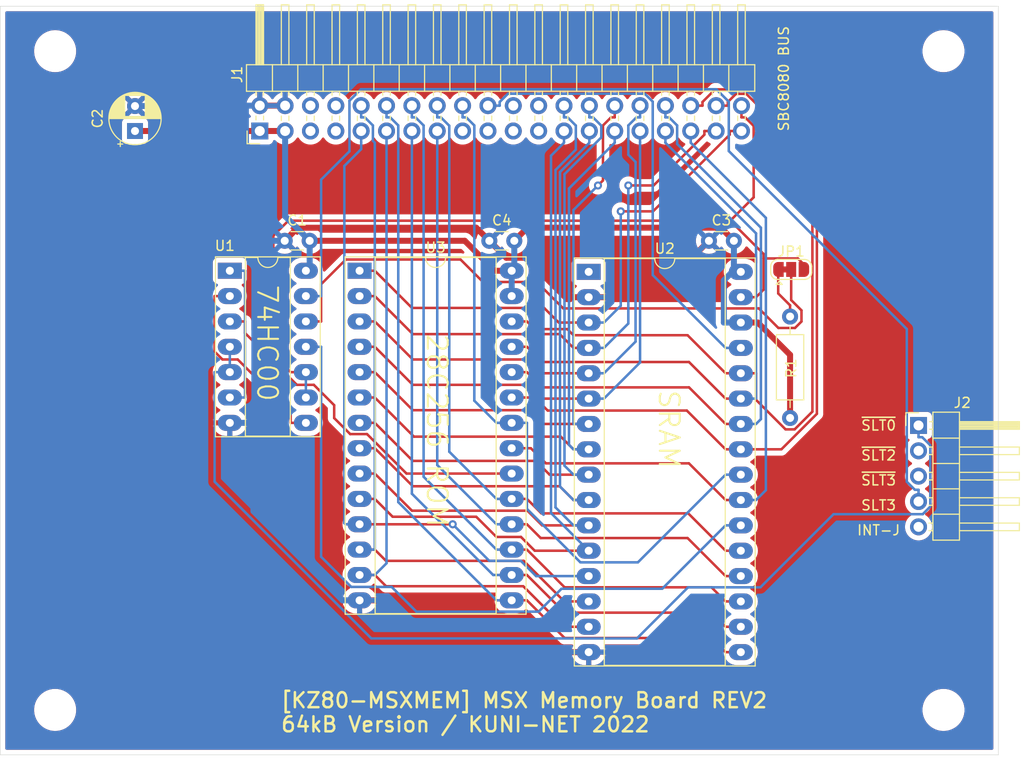
<source format=kicad_pcb>
(kicad_pcb (version 20211014) (generator pcbnew)
  (layers (0 "F.Cu" signal) (31 "B.Cu" signal) (34 "B.Paste" user) (35 "F.Paste" user) (36 "B.SilkS" user "B.Silkscreen") (37 "F.SilkS" user "F.Silkscreen") (38 "B.Mask" user) (39 "F.Mask" user) (44 "Edge.Cuts" user))
  (net 0 "")
  (net 1 "VCC")
  (net 2 "GND")
  (net 3 "/A15")
  (net 4 "/A14")
  (net 5 "/A13")
  (net 6 "/A12")
  (net 7 "/A11")
  (net 8 "/A10")
  (net 9 "/A9")
  (net 10 "/A8")
  (net 11 "/A7")
  (net 12 "/A6")
  (net 13 "/A5")
  (net 14 "/A4")
  (net 15 "/A3")
  (net 16 "/A2")
  (net 17 "/A1")
  (net 18 "/A0")
  (net 19 "/~{MEMW}")
  (net 20 "/~{MEMR}")
  (net 21 "/D7")
  (net 22 "/D6")
  (net 23 "/D5")
  (net 24 "/D4")
  (net 25 "/D3")
  (net 26 "/D2")
  (net 27 "/D1")
  (net 28 "/D0")
  (net 29 "Net-(J2-Pad4)")
  (net 30 "Net-(J2-Pad1)")
  (net 31 "Net-(U1-Pad1)")
  (net 33 "Net-(U1-Pad3)")
  (net 34 "Net-(U1-Pad2)")
  (net 47 "Net-(JP1-Pad1)")
  (net 48 "Net-(JP1-Pad2)")
  (net 49 "/~{SRAMCS}")
  (footprint "Capacitor_THT:C_Disc_D3.0mm_W1.6mm_P2.50mm" (layer "F.Cu") (at 178.5 73.5)
    (fp_text reference "C1")
    (fp_text value "0.1u")
  )
  (footprint "Capacitor_THT:CP_Radial_D5.0mm_P2.50mm" (layer "F.Cu") (at 163.5 62.5 90)
    (fp_text reference "C2")
    (fp_text value "10u")
  )
  (footprint "Capacitor_THT:C_Disc_D3.0mm_W1.6mm_P2.50mm" (layer "F.Cu") (at 221 73.5)
    (fp_text reference "C3")
    (fp_text value "0.1u")
  )
  (footprint "Capacitor_THT:C_Disc_D3.0mm_W1.6mm_P2.50mm" (layer "F.Cu") (at 199 73.5)
    (fp_text reference "C4")
    (fp_text value "0.1u")
  )
  (footprint "Connector_PinHeader_2.54mm:PinHeader_2x20_P2.54mm_Horizontal" (layer "F.Cu") (at 176 62.5 90)
    (fp_text reference "J1")
    (fp_text value "SBC8080 BUS")
  )
  (footprint "Connector_PinHeader_2.54mm:PinHeader_1x05_P2.54mm_Horizontal" (layer "F.Cu") (at 242 92)
    (fp_text reference "J2")
    (fp_text value "MSX SLOT")
  )
  (footprint "MountingHole:MountingHole_3.2mm_M3" (layer "F.Cu") (at 155.5 54.5)
    (fp_text reference "MH1" hide)
    (fp_text value "MountingHole")
  )
  (footprint "MountingHole:MountingHole_3.2mm_M3" (layer "F.Cu") (at 244.5 54.5)
    (fp_text reference "MH2" hide)
    (fp_text value "MountingHole")
  )
  (footprint "MountingHole:MountingHole_3.2mm_M3" (layer "F.Cu") (at 155.5 120.5)
    (fp_text reference "MH3" hide)
    (fp_text value "MountingHole")
  )
  (footprint "Package_DIP:DIP-14_W7.62mm_Socket_LongPads" (layer "F.Cu") (at 173 76.5)
    (fp_text reference "U1")
    (fp_text value "74HC00")
  )
  (footprint "Package_DIP:DIP-28_W15.24mm_Socket_LongPads" (layer "F.Cu") (at 186 76.5)
    (fp_text reference "U3")
    (fp_text value "28C256")
  )
  (footprint "MountingHole:MountingHole_3.2mm_M3" (layer "F.Cu") (at 244.5 120.5)
    (fp_text reference "MH4" hide)
    (fp_text value "MountingHole")
  )
  (footprint "Package_DIP:DIP-32_W15.24mm_Socket_LongPads" (layer "F.Cu") (at 208.955 76.61)
    (fp_text reference "U2")
    (fp_text value "628128")
  )
  (footprint "Resistor_THT:R_Axial_DIN0207_L6.3mm_D2.5mm_P10.16mm_Horizontal" (layer "F.Cu") (at 229.13 91.25 90)
    (fp_text reference "R1")
    (fp_text value "10k")
  )
  (footprint "Jumper:SolderJumper-3_P1.3mm_Bridged12_RoundedPad1.0x1.5mm" (layer "F.Cu") (at 229.24 76.37)
    (fp_text reference "JP1")
    (fp_text value "RAM SIZE")
  )
  (gr_line (start 150 125) (end 150 50) (layer "Edge.Cuts") (width 0.05))
  (gr_line (start 150 50) (end 250 50) (layer "Edge.Cuts") (width 0.05))
  (gr_line (start 250 50) (end 250 125) (layer "Edge.Cuts") (width 0.05))
  (gr_line (start 250 125) (end 150 125) (layer "Edge.Cuts") (width 0.05))
  (gr_text "~{SLT2}" (at 238 95) (layer "F.SilkS") (effects (font (size 1 1))))
  (gr_text "INT-J" (at 238 102.5) (layer "F.SilkS") (effects (font (size 1 1))))
  (gr_text "28C256 ROM" (at 193.75 92.5 270) (layer "F.SilkS") (effects (font (size 2 2) (thickness 0.2))))
  (gr_text "SRAM" (at 216.99 92.39 270) (layer "F.SilkS") (effects (font (size 2 2) (thickness 0.2))))
  (gr_text "SBC8080 BUS" (at 228.5 57.25 90) (layer "F.SilkS") (effects (font (size 1 1))))
  (gr_text "[KZ80-MSXMEM] MSX Memory Board REV2\n64kB Version / KUNI-NET 2022" (at 178 120.75) (layer "F.SilkS") (effects (font (size 1.5 1.5) (thickness 0.25)) (justify left)))
  (gr_text "~{SLT0}" (at 238 92) (layer "F.SilkS") (effects (font (size 1 1))))
  (gr_text "SLT3" (at 238 100) (layer "F.SilkS") (effects (font (size 1 1))))
  (gr_text "~{SLT3}" (at 238 97.5) (layer "F.SilkS") (effects (font (size 1 1))))
  (gr_text "74HC00" (at 176.75 83.75 270) (layer "F.SilkS") (effects (font (size 2 2) (thickness 0.2))))
  (segment (start 163.5 62.5) (end 176 62.5) (width 0.6) (layer "F.Cu") (net 1))
  (segment (start 176 62.5) (end 178.54 62.5) (width 0.6) (layer "F.Cu") (net 1))
  (segment (start 201.5 73.5) (end 202.8141 72.1859) (width 0.6) (layer "F.Cu") (net 1))
  (segment (start 222.1859 72.1859) (end 223.5 73.5) (width 0.6) (layer "F.Cu") (net 1))
  (segment (start 229.13 84.9247) (end 225.8953 81.69) (width 0.6) (layer "F.Cu") (net 1))
  (segment (start 202.8141 72.1859) (end 222.1859 72.1859) (width 0.6) (layer "F.Cu") (net 1))
  (segment (start 229.13 91.25) (end 229.13 84.9247) (width 0.6) (layer "F.Cu") (net 1))
  (segment (start 181 73.5) (end 196.5397 73.5) (width 0.6) (layer "F.Cu") (net 1))
  (segment (start 196.5397 73.5) (end 199.5397 76.5) (width 0.6) (layer "F.Cu") (net 1))
  (segment (start 224.195 81.69) (end 225.8953 81.69) (width 0.6) (layer "F.Cu") (net 1))
  (segment (start 201.24 76.5) (end 199.5397 76.5) (width 0.6) (layer "F.Cu") (net 1))
  (segment (start 181 73.5) (end 178.54 71.04) (width 0.6) (layer "B.Cu") (net 1))
  (segment (start 223.3449 76.61) (end 222.4947 77.4602) (width 0.6) (layer "B.Cu") (net 1))
  (segment (start 181 73.5) (end 181 76.12) (width 0.6) (layer "B.Cu") (net 1))
  (segment (start 201.5 76.24) (end 201.24 76.5) (width 0.6) (layer "B.Cu") (net 1))
  (segment (start 178.54 71.04) (end 178.54 62.5) (width 0.6) (layer "B.Cu") (net 1))
  (segment (start 224.195 81.69) (end 222.4947 81.69) (width 0.6) (layer "B.Cu") (net 1))
  (segment (start 222.4947 77.4602) (end 222.4947 81.69) (width 0.6) (layer "B.Cu") (net 1))
  (segment (start 224.195 76.61) (end 223.3449 76.61) (width 0.6) (layer "B.Cu") (net 1))
  (segment (start 181 76.12) (end 180.62 76.5) (width 0.6) (layer "B.Cu") (net 1))
  (segment (start 201.5 73.5) (end 201.5 76.24) (width 0.6) (layer "B.Cu") (net 1))
  (segment (start 223.5 76.4549) (end 223.3449 76.61) (width 0.6) (layer "B.Cu") (net 1))
  (segment (start 223.5 73.5) (end 223.5 76.4549) (width 0.6) (layer "B.Cu") (net 1))
  (segment (start 201.24 79.04) (end 201.24 76.5) (width 0.6) (layer "B.Cu") (net 1))
  (segment (start 207.2547 79.15) (end 203.3043 75.1996) (width 0.6) (layer "F.Cu") (net 2))
  (segment (start 200.6996 75.1996) (end 199 73.5) (width 0.6) (layer "F.Cu") (net 2))
  (segment (start 187.7003 109.52) (end 192.8903 114.71) (width 0.6) (layer "F.Cu") (net 2))
  (segment (start 215.35 79.15) (end 208.955 79.15) (width 0.6) (layer "F.Cu") (net 2))
  (segment (start 179.8091 72.1909) (end 197.6909 72.1909) (width 0.6) (layer "F.Cu") (net 2))
  (segment (start 176 59.96) (end 178.54 59.96) (width 0.6) (layer "F.Cu") (net 2))
  (segment (start 192.8903 114.71) (end 208.955 114.71) (width 0.6) (layer "F.Cu") (net 2))
  (segment (start 221 73.5) (end 215.35 79.15) (width 0.6) (layer "F.Cu") (net 2))
  (segment (start 178.5 73.5) (end 179.8091 72.1909) (width 0.6) (layer "F.Cu") (net 2))
  (segment (start 197.6909 72.1909) (end 199 73.5) (width 0.6) (layer "F.Cu") (net 2))
  (segment (start 186 109.52) (end 187.7003 109.52) (width 0.6) (layer "F.Cu") (net 2))
  (segment (start 208.955 79.15) (end 207.2547 79.15) (width 0.6) (layer "F.Cu") (net 2))
  (segment (start 203.3043 75.1996) (end 200.6996 75.1996) (width 0.6) (layer "F.Cu") (net 2))
  (segment (start 174.6097 60) (end 163.5 60) (width 0.6) (layer "B.Cu") (net 2))
  (segment (start 174.6097 60) (end 174.6097 71.0745) (width 0.6) (layer "B.Cu") (net 2))
  (segment (start 177.0352 73.5) (end 177.0352 90.0721) (width 0.6) (layer "B.Cu") (net 2))
  (segment (start 175.3673 91.74) (end 175.3673 100.5876) (width 0.6) (layer "B.Cu") (net 2))
  (segment (start 177.0352 73.5) (end 178.5 73.5) (width 0.6) (layer "B.Cu") (net 2))
  (segment (start 173 91.74) (end 174.7003 91.74) (width 0.6) (layer "B.Cu") (net 2))
  (segment (start 186 109.52) (end 184.2997 109.52) (width 0.6) (layer "B.Cu") (net 2))
  (segment (start 176 59.96) (end 174.6497 59.96) (width 0.6) (layer "B.Cu") (net 2))
  (segment (start 174.6497 59.96) (end 174.6097 60) (width 0.6) (layer "B.Cu") (net 2))
  (segment (start 174.7003 91.74) (end 175.3673 91.74) (width 0.6) (layer "B.Cu") (net 2))
  (segment (start 174.6097 71.0745) (end 177.0352 73.5) (width 0.6) (layer "B.Cu") (net 2))
  (segment (start 177.0352 90.0721) (end 175.3673 91.74) (width 0.6) (layer "B.Cu") (net 2))
  (segment (start 175.3673 100.5876) (end 184.2997 109.52) (width 0.6) (layer "B.Cu") (net 2))
  (segment (start 230.54 75.8962) (end 230.54 76.37) (width 0.25) (layer "F.Cu") (net 3))
  (segment (start 226.4752 75.2692) (end 229.913 75.2692) (width 0.25) (layer "F.Cu") (net 3))
  (segment (start 178.8648 71.4855) (end 223.1411 71.4855) (width 0.25) (layer "F.Cu") (net 3))
  (segment (start 223.1411 71.4855) (end 226.4752 74.8196) (width 0.25) (layer "F.Cu") (net 3))
  (segment (start 226.4752 74.8196) (end 226.4752 75.2692) (width 0.25) (layer "F.Cu") (net 3))
  (segment (start 229.913 75.2692) (end 230.54 75.8962) (width 0.25) (layer "F.Cu") (net 3))
  (segment (start 224.26 59.96) (end 224.26 61.1353) (width 0.25) (layer "F.Cu") (net 3))
  (segment (start 225.4817 69.1449) (end 225.4817 61.9908) (width 0.25) (layer "F.Cu") (net 3))
  (segment (start 224.6262 61.1353) (end 224.26 61.1353) (width 0.25) (layer "F.Cu") (net 3))
  (segment (start 180.62 86.66) (end 179.0947 86.66) (width 0.25) (layer "F.Cu") (net 3))
  (segment (start 177.3596 72.9907) (end 178.8648 71.4855) (width 0.25) (layer "F.Cu") (net 3))
  (segment (start 226.4752 78.3951) (end 225.7203 79.15) (width 0.25) (layer "F.Cu") (net 3))
  (segment (start 177.3596 84.9249) (end 177.3596 72.9907) (width 0.25) (layer "F.Cu") (net 3))
  (segment (start 226.4752 75.2692) (end 226.4752 78.3951) (width 0.25) (layer "F.Cu") (net 3))
  (segment (start 223.1411 71.4855) (end 225.4817 69.1449) (width 0.25) (layer "F.Cu") (net 3))
  (segment (start 224.195 79.15) (end 225.7203 79.15) (width 0.25) (layer "F.Cu") (net 3))
  (segment (start 225.4817 61.9908) (end 224.6262 61.1353) (width 0.25) (layer "F.Cu") (net 3))
  (segment (start 179.0947 86.66) (end 177.3596 84.9249) (width 0.25) (layer "F.Cu") (net 3))
  (segment (start 180.62 89.2) (end 180.62 86.66) (width 0.25) (layer "B.Cu") (net 3))
  (segment (start 187.5253 76.5) (end 191.251 80.2257) (width 0.25) (layer "F.Cu") (net 4))
  (segment (start 223.0847 62.5) (end 223.0847 62.8673) (width 0.25) (layer "F.Cu") (net 4))
  (segment (start 205.9512 81.69) (end 207.4297 81.69) (width 0.25) (layer "F.Cu") (net 4))
  (segment (start 223.0847 62.8673) (end 215.403 70.549) (width 0.25) (layer "F.Cu") (net 4))
  (segment (start 191.251 80.2257) (end 204.4869 80.2257) (width 0.25) (layer "F.Cu") (net 4))
  (segment (start 224.26 62.5) (end 223.0847 62.5) (width 0.25) (layer "F.Cu") (net 4))
  (segment (start 215.403 70.549) (end 212.1665 70.549) (width 0.25) (layer "F.Cu") (net 4))
  (segment (start 204.4869 80.2257) (end 205.9512 81.69) (width 0.25) (layer "F.Cu") (net 4))
  (segment (start 208.955 81.69) (end 207.4297 81.69) (width 0.25) (layer "F.Cu") (net 4))
  (segment (start 186 76.5) (end 187.5253 76.5) (width 0.25) (layer "F.Cu") (net 4))
  (via (at 212.1665 70.549) (size 0.8) (drill 0.4) (layers "F.Cu" "B.Cu") (net 4))
  (segment (start 212.1665 80.0038) (end 210.4803 81.69) (width 0.25) (layer "B.Cu") (net 4))
  (segment (start 212.1665 70.549) (end 212.1665 80.0038) (width 0.25) (layer "B.Cu") (net 4))
  (segment (start 208.955 81.69) (end 210.4803 81.69) (width 0.25) (layer "B.Cu") (net 4))
  (segment (start 224.195 86.77) (end 225.7203 86.77) (width 0.25) (layer "F.Cu") (net 5))
  (segment (start 228.6783 92.3937) (end 225.7203 89.4357) (width 0.25) (layer "F.Cu") (net 5))
  (segment (start 221.72 59.96) (end 222.8953 59.96) (width 0.25) (layer "F.Cu") (net 5))
  (segment (start 223.7102 58.7778) (end 224.741 58.7778) (width 0.25) (layer "F.Cu") (net 5))
  (segment (start 207.4296 82.96) (end 206.8176 82.348) (width 0.25) (layer "F.Cu") (net 5))
  (segment (start 225.7203 89.4357) (end 225.7203 86.77) (width 0.25) (layer "F.Cu") (net 5))
  (segment (start 222.8953 59.96) (end 222.8953 59.5927) (width 0.25) (layer "F.Cu") (net 5))
  (segment (start 224.741 58.7778) (end 231.3656 65.4024) (width 0.25) (layer "F.Cu") (net 5))
  (segment (start 229.5835 92.3937) (end 228.6783 92.3937) (width 0.25) (layer "F.Cu") (net 5))
  (segment (start 206.8176 82.348) (end 203.5333 82.348) (width 0.25) (layer "F.Cu") (net 5))
  (segment (start 222.8953 59.5927) (end 223.7102 58.7778) (width 0.25) (layer "F.Cu") (net 5))
  (segment (start 231.3656 90.6116) (end 229.5835 92.3937) (width 0.25) (layer "F.Cu") (net 5))
  (segment (start 222.6697 86.77) (end 218.8597 82.96) (width 0.25) (layer "F.Cu") (net 5))
  (segment (start 203.5333 82.348) (end 202.7653 81.58) (width 0.25) (layer "F.Cu") (net 5))
  (segment (start 201.24 81.58) (end 202.7653 81.58) (width 0.25) (layer "F.Cu") (net 5))
  (segment (start 224.195 86.77) (end 222.6697 86.77) (width 0.25) (layer "F.Cu") (net 5))
  (segment (start 218.8597 82.96) (end 207.4296 82.96) (width 0.25) (layer "F.Cu") (net 5))
  (segment (start 231.3656 65.4024) (end 231.3656 90.6116) (width 0.25) (layer "F.Cu") (net 5))
  (segment (start 215.4575 67.9545) (end 212.9238 67.9545) (width 0.25) (layer "F.Cu") (net 6))
  (segment (start 206.0497 82.85) (end 207.4297 84.23) (width 0.25) (layer "F.Cu") (net 6))
  (segment (start 191.3353 82.85) (end 206.0497 82.85) (width 0.25) (layer "F.Cu") (net 6))
  (segment (start 220.5447 62.5) (end 220.5447 62.8673) (width 0.25) (layer "F.Cu") (net 6))
  (segment (start 221.72 62.5) (end 220.5447 62.5) (width 0.25) (layer "F.Cu") (net 6))
  (segment (start 186 79.04) (end 187.5253 79.04) (width 0.25) (layer "F.Cu") (net 6))
  (segment (start 220.5447 62.8673) (end 215.4575 67.9545) (width 0.25) (layer "F.Cu") (net 6))
  (segment (start 208.955 84.23) (end 207.4297 84.23) (width 0.25) (layer "F.Cu") (net 6))
  (segment (start 187.5253 79.04) (end 191.3353 82.85) (width 0.25) (layer "F.Cu") (net 6))
  (via (at 212.9238 67.9545) (size 0.8) (drill 0.4) (layers "F.Cu" "B.Cu") (net 6))
  (segment (start 208.955 84.23) (end 210.4803 84.23) (width 0.25) (layer "B.Cu") (net 6))
  (segment (start 212.9238 67.9545) (end 212.9238 81.7865) (width 0.25) (layer "B.Cu") (net 6))
  (segment (start 212.9238 81.7865) (end 210.4803 84.23) (width 0.25) (layer "B.Cu") (net 6))
  (segment (start 224.195 94.39) (end 222.6697 94.39) (width 0.25) (layer "F.Cu") (net 7))
  (segment (start 220.3553 59.96) (end 220.3553 59.5927) (width 0.25) (layer "F.Cu") (net 7))
  (segment (start 218.7858 90.5061) (end 204.8445 90.5061) (width 0.25) (layer "F.Cu") (net 7))
  (segment (start 224.9274 58.3273) (end 231.816 65.2159) (width 0.25) (layer "F.Cu") (net 7))
  (segment (start 222.6697 94.39) (end 218.7858 90.5061) (width 0.25) (layer "F.Cu") (net 7))
  (segment (start 231.816 65.2159) (end 231.816 90.8335) (width 0.25) (layer "F.Cu") (net 7))
  (segment (start 221.6207 58.3273) (end 224.9274 58.3273) (width 0.25) (layer "F.Cu") (net 7))
  (segment (start 220.3553 59.5927) (end 221.6207 58.3273) (width 0.25) (layer "F.Cu") (net 7))
  (segment (start 219.18 59.96) (end 220.3553 59.96) (width 0.25) (layer "F.Cu") (net 7))
  (segment (start 204.8445 90.5061) (end 203.5384 89.2) (width 0.25) (layer "F.Cu") (net 7))
  (segment (start 231.816 90.8335) (end 228.2595 94.39) (width 0.25) (layer "F.Cu") (net 7))
  (segment (start 228.2595 94.39) (end 224.195 94.39) (width 0.25) (layer "F.Cu") (net 7))
  (segment (start 203.5384 89.2) (end 201.24 89.2) (width 0.25) (layer "F.Cu") (net 7))
  (segment (start 203.1552 94.28) (end 202.7653 94.28) (width 0.25) (layer "F.Cu") (net 8))
  (segment (start 224.195 99.47) (end 222.6697 99.47) (width 0.25) (layer "F.Cu") (net 8))
  (segment (start 201.24 94.28) (end 202.7653 94.28) (width 0.25) (layer "F.Cu") (net 8))
  (segment (start 204.6728 95.7976) (end 203.1552 94.28) (width 0.25) (layer "F.Cu") (net 8))
  (segment (start 222.6697 99.47) (end 218.9973 95.7976) (width 0.25) (layer "F.Cu") (net 8))
  (segment (start 218.9973 95.7976) (end 204.6728 95.7976) (width 0.25) (layer "F.Cu") (net 8))
  (segment (start 219.18 63.6753) (end 226.7061 71.2014) (width 0.25) (layer "B.Cu") (net 8))
  (segment (start 224.195 99.47) (end 225.7203 99.47) (width 0.25) (layer "B.Cu") (net 8))
  (segment (start 226.7061 98.4842) (end 225.7203 99.47) (width 0.25) (layer "B.Cu") (net 8))
  (segment (start 219.18 62.5) (end 219.18 63.6753) (width 0.25) (layer "B.Cu") (net 8))
  (segment (start 226.7061 71.2014) (end 226.7061 98.4842) (width 0.25) (layer "B.Cu") (net 8))
  (segment (start 201.24 86.66) (end 202.7653 86.66) (width 0.25) (layer "F.Cu") (net 9))
  (segment (start 204.2895 88.1842) (end 219.0039 88.1842) (width 0.25) (layer "F.Cu") (net 9))
  (segment (start 202.7653 86.66) (end 204.2895 88.1842) (width 0.25) (layer "F.Cu") (net 9))
  (segment (start 219.0039 88.1842) (end 222.6697 91.85) (width 0.25) (layer "F.Cu") (net 9))
  (segment (start 224.195 91.85) (end 222.6697 91.85) (width 0.25) (layer "F.Cu") (net 9))
  (segment (start 226.2069 72.1861) (end 226.2069 91.3634) (width 0.25) (layer "B.Cu") (net 9))
  (segment (start 217.0074 61.1353) (end 217.8153 61.9432) (width 0.25) (layer "B.Cu") (net 9))
  (segment (start 217.8153 63.7945) (end 226.2069 72.1861) (width 0.25) (layer "B.Cu") (net 9))
  (segment (start 216.64 61.1353) (end 217.0074 61.1353) (width 0.25) (layer "B.Cu") (net 9))
  (segment (start 226.2069 91.3634) (end 225.7203 91.85) (width 0.25) (layer "B.Cu") (net 9))
  (segment (start 217.8153 61.9432) (end 217.8153 63.7945) (width 0.25) (layer "B.Cu") (net 9))
  (segment (start 216.64 59.96) (end 216.64 61.1353) (width 0.25) (layer "B.Cu") (net 9))
  (segment (start 224.195 91.85) (end 225.7203 91.85) (width 0.25) (layer "B.Cu") (net 9))
  (segment (start 224.195 89.31) (end 222.6697 89.31) (width 0.25) (layer "F.Cu") (net 10))
  (segment (start 204.2895 85.6442) (end 219.0039 85.6442) (width 0.25) (layer "F.Cu") (net 10))
  (segment (start 201.24 84.12) (end 202.7653 84.12) (width 0.25) (layer "F.Cu") (net 10))
  (segment (start 202.7653 84.12) (end 204.2895 85.6442) (width 0.25) (layer "F.Cu") (net 10))
  (segment (start 219.0039 85.6442) (end 222.6697 89.31) (width 0.25) (layer "F.Cu") (net 10))
  (segment (start 225.7203 72.7556) (end 225.7203 89.31) (width 0.25) (layer "B.Cu") (net 10))
  (segment (start 216.64 63.6753) (end 225.7203 72.7556) (width 0.25) (layer "B.Cu") (net 10))
  (segment (start 224.195 89.31) (end 225.7203 89.31) (width 0.25) (layer "B.Cu") (net 10))
  (segment (start 216.64 62.5) (end 216.64 63.6753) (width 0.25) (layer "B.Cu") (net 10))
  (segment (start 191.3353 85.39) (end 187.5253 81.58) (width 0.25) (layer "F.Cu") (net 11))
  (segment (start 208.955 86.77) (end 204.2853 86.77) (width 0.25) (layer "F.Cu") (net 11))
  (segment (start 204.2853 86.77) (end 202.9053 85.39) (width 0.25) (layer "F.Cu") (net 11))
  (segment (start 202.9053 85.39) (end 191.3353 85.39) (width 0.25) (layer "F.Cu") (net 11))
  (segment (start 186 81.58) (end 187.5253 81.58) (width 0.25) (layer "F.Cu") (net 11))
  (segment (start 208.955 86.77) (end 210.4803 86.77) (width 0.25) (layer "B.Cu") (net 11))
  (segment (start 214.1 61.1353) (end 213.7327 61.1353) (width 0.25) (layer "B.Cu") (net 11))
  (segment (start 214.1 59.96) (end 214.1 61.1353) (width 0.25) (layer "B.Cu") (net 11))
  (segment (start 212.9246 61.9434) (end 212.9246 64.8741) (width 0.25) (layer "B.Cu") (net 11))
  (segment (start 213.6496 65.5991) (end 213.6496 83.6007) (width 0.25) (layer "B.Cu") (net 11))
  (segment (start 213.6496 83.6007) (end 210.4803 86.77) (width 0.25) (layer "B.Cu") (net 11))
  (segment (start 213.7327 61.1353) (end 212.9246 61.9434) (width 0.25) (layer "B.Cu") (net 11))
  (segment (start 212.9246 64.8741) (end 213.6496 65.5991) (width 0.25) (layer "B.Cu") (net 11))
  (segment (start 186 84.12) (end 187.5253 84.12) (width 0.25) (layer "F.Cu") (net 12))
  (segment (start 191.3353 87.93) (end 187.5253 84.12) (width 0.25) (layer "F.Cu") (net 12))
  (segment (start 204.2853 89.31) (end 202.9053 87.93) (width 0.25) (layer "F.Cu") (net 12))
  (segment (start 202.9053 87.93) (end 191.3353 87.93) (width 0.25) (layer "F.Cu") (net 12))
  (segment (start 208.955 89.31) (end 207.4297 89.31) (width 0.25) (layer "F.Cu") (net 12))
  (segment (start 207.4297 89.31) (end 204.2853 89.31) (width 0.25) (layer "F.Cu") (net 12))
  (segment (start 210.4803 89.31) (end 214.1 85.6903) (width 0.25) (layer "B.Cu") (net 12))
  (segment (start 214.1 85.6903) (end 214.1 63.6753) (width 0.25) (layer "B.Cu") (net 12))
  (segment (start 208.955 89.31) (end 210.4803 89.31) (width 0.25) (layer "B.Cu") (net 12))
  (segment (start 214.1 62.5) (end 214.1 63.6753) (width 0.25) (layer "B.Cu") (net 12))
  (segment (start 208.955 91.85) (end 204.3408 91.85) (width 0.25) (layer "F.Cu") (net 13))
  (segment (start 191.3353 90.47) (end 187.5253 86.66) (width 0.25) (layer "F.Cu") (net 13))
  (segment (start 204.3408 91.85) (end 202.9608 90.47) (width 0.25) (layer "F.Cu") (net 13))
  (segment (start 211.56 61.1353) (end 211.1926 61.1353) (width 0.25) (layer "F.Cu") (net 13))
  (segment (start 211.1926 61.1353) (end 210.3847 61.9432) (width 0.25) (layer "F.Cu") (net 13))
  (segment (start 202.9608 90.47) (end 191.3353 90.47) (width 0.25) (layer "F.Cu") (net 13))
  (segment (start 210.3847 67.4543) (end 209.882 67.957) (width 0.25) (layer "F.Cu") (net 13))
  (segment (start 186 86.66) (end 187.5253 86.66) (width 0.25) (layer "F.Cu") (net 13))
  (segment (start 211.56 59.96) (end 211.56 61.1353) (width 0.25) (layer "F.Cu") (net 13))
  (segment (start 210.3847 61.9432) (end 210.3847 67.4543) (width 0.25) (layer "F.Cu") (net 13))
  (via (at 209.882 67.957) (size 0.8) (drill 0.4) (layers "F.Cu" "B.Cu") (net 13))
  (segment (start 208.955 91.85) (end 207.4297 91.85) (width 0.25) (layer "B.Cu") (net 13))
  (segment (start 207.4297 70.4093) (end 207.4297 91.85) (width 0.25) (layer "B.Cu") (net 13))
  (segment (start 209.882 67.957) (end 207.4297 70.4093) (width 0.25) (layer "B.Cu") (net 13))
  (segment (start 186 89.2) (end 187.5253 89.2) (width 0.25) (layer "F.Cu") (net 14))
  (segment (start 206.1598 93.1201) (end 191.4454 93.1201) (width 0.25) (layer "F.Cu") (net 14))
  (segment (start 208.955 94.39) (end 207.4297 94.39) (width 0.25) (layer "F.Cu") (net 14))
  (segment (start 207.4297 94.39) (end 206.1598 93.1201) (width 0.25) (layer "F.Cu") (net 14))
  (segment (start 191.4454 93.1201) (end 187.5253 89.2) (width 0.25) (layer "F.Cu") (net 14))
  (segment (start 206.9794 68.2559) (end 206.9794 93.9397) (width 0.25) (layer "B.Cu") (net 14))
  (segment (start 206.9794 93.9397) (end 207.4297 94.39) (width 0.25) (layer "B.Cu") (net 14))
  (segment (start 211.56 63.6753) (end 206.9794 68.2559) (width 0.25) (layer "B.Cu") (net 14))
  (segment (start 211.56 62.5) (end 211.56 63.6753) (width 0.25) (layer "B.Cu") (net 14))
  (segment (start 208.955 94.39) (end 207.4297 94.39) (width 0.25) (layer "B.Cu") (net 14))
  (segment (start 186 91.74) (end 187.5253 91.74) (width 0.25) (layer "F.Cu") (net 15))
  (segment (start 208.955 96.93) (end 207.4297 96.93) (width 0.25) (layer "F.Cu") (net 15))
  (segment (start 205.037 96.93) (end 203.657 95.55) (width 0.25) (layer "F.Cu") (net 15))
  (segment (start 207.4297 96.93) (end 205.037 96.93) (width 0.25) (layer "F.Cu") (net 15))
  (segment (start 203.657 95.55) (end 191.3353 95.55) (width 0.25) (layer "F.Cu") (net 15))
  (segment (start 191.3353 95.55) (end 187.5253 91.74) (width 0.25) (layer "F.Cu") (net 15))
  (segment (start 209.3873 61.1353) (end 210.2159 61.9639) (width 0.25) (layer "B.Cu") (net 15))
  (segment (start 209.02 59.96) (end 209.02 61.1353) (width 0.25) (layer "B.Cu") (net 15))
  (segment (start 210.2159 61.9639) (end 210.2159 63.1418) (width 0.25) (layer "B.Cu") (net 15))
  (segment (start 206.5291 96.0294) (end 207.4297 96.93) (width 0.25) (layer "B.Cu") (net 15))
  (segment (start 210.2159 63.1418) (end 206.5291 66.8286) (width 0.25) (layer "B.Cu") (net 15))
  (segment (start 208.955 96.93) (end 207.4297 96.93) (width 0.25) (layer "B.Cu") (net 15))
  (segment (start 206.5291 66.8286) (end 206.5291 96.0294) (width 0.25) (layer "B.Cu") (net 15))
  (segment (start 209.02 61.1353) (end 209.3873 61.1353) (width 0.25) (layer "B.Cu") (net 15))
  (segment (start 208.955 99.47) (end 207.4297 99.47) (width 0.25) (layer "F.Cu") (net 16))
  (segment (start 191.3353 98.09) (end 187.5253 94.28) (width 0.25) (layer "F.Cu") (net 16))
  (segment (start 186 94.28) (end 187.5253 94.28) (width 0.25) (layer "F.Cu") (net 16))
  (segment (start 206.0497 98.09) (end 191.3353 98.09) (width 0.25) (layer "F.Cu") (net 16))
  (segment (start 207.4297 99.47) (end 206.0497 98.09) (width 0.25) (layer "F.Cu") (net 16))
  (segment (start 209.02 63.6753) (end 206.0788 66.6165) (width 0.25) (layer "B.Cu") (net 16))
  (segment (start 209.02 62.5) (end 209.02 63.6753) (width 0.25) (layer "B.Cu") (net 16))
  (segment (start 206.0788 66.6165) (end 206.0788 98.1191) (width 0.25) (layer "B.Cu") (net 16))
  (segment (start 206.0788 98.1191) (end 207.4297 99.47) (width 0.25) (layer "B.Cu") (net 16))
  (segment (start 208.955 99.47) (end 207.4297 99.47) (width 0.25) (layer "B.Cu") (net 16))
  (segment (start 202.8123 100.537) (end 191.2423 100.537) (width 0.25) (layer "F.Cu") (net 17))
  (segment (start 208.955 102.01) (end 204.2853 102.01) (width 0.25) (layer "F.Cu") (net 17))
  (segment (start 204.2853 102.01) (end 202.8123 100.537) (width 0.25) (layer "F.Cu") (net 17))
  (segment (start 186 96.82) (end 187.5253 96.82) (width 0.25) (layer "F.Cu") (net 17))
  (segment (start 191.2423 100.537) (end 187.5253 96.82) (width 0.25) (layer "F.Cu") (net 17))
  (segment (start 207.6658 64.3669) (end 205.6285 66.4042) (width 0.25) (layer "B.Cu") (net 17))
  (segment (start 206.48 59.96) (end 206.48 61.1353) (width 0.25) (layer "B.Cu") (net 17))
  (segment (start 207.6658 61.9538) (end 207.6658 64.3669) (width 0.25) (layer "B.Cu") (net 17))
  (segment (start 206.8473 61.1353) (end 207.6658 61.9538) (width 0.25) (layer "B.Cu") (net 17))
  (segment (start 205.6285 100.2088) (end 207.4297 102.01) (width 0.25) (layer "B.Cu") (net 17))
  (segment (start 205.6285 66.4042) (end 205.6285 100.2088) (width 0.25) (layer "B.Cu") (net 17))
  (segment (start 208.955 102.01) (end 207.4297 102.01) (width 0.25) (layer "B.Cu") (net 17))
  (segment (start 206.48 61.1353) (end 206.8473 61.1353) (width 0.25) (layer "B.Cu") (net 17))
  (segment (start 189.3116 101.1463) (end 197.6866 101.1463) (width 0.25) (layer "F.Cu") (net 18))
  (segment (start 202.1702 103.17) (end 203.5502 104.55) (width 0.25) (layer "F.Cu") (net 18))
  (segment (start 197.6866 101.1463) (end 199.7103 103.17) (width 0.25) (layer "F.Cu") (net 18))
  (segment (start 199.7103 103.17) (end 202.1702 103.17) (width 0.25) (layer "F.Cu") (net 18))
  (segment (start 203.5502 104.55) (end 208.955 104.55) (width 0.25) (layer "F.Cu") (net 18))
  (segment (start 187.5253 99.36) (end 189.3116 101.1463) (width 0.25) (layer "F.Cu") (net 18))
  (segment (start 186 99.36) (end 187.5253 99.36) (width 0.25) (layer "F.Cu") (net 18))
  (segment (start 205.1782 64.9771) (end 205.1782 100.7732) (width 0.25) (layer "B.Cu") (net 18))
  (segment (start 205.1782 100.7732) (end 208.955 104.55) (width 0.25) (layer "B.Cu") (net 18))
  (segment (start 206.48 62.5) (end 206.48 63.6753) (width 0.25) (layer "B.Cu") (net 18))
  (segment (start 206.48 63.6753) (end 205.1782 64.9771) (width 0.25) (layer "B.Cu") (net 18))
  (segment (start 200.0353 59.5927) (end 200.8631 58.7649) (width 0.25) (layer "B.Cu") (net 19))
  (segment (start 224.195 84.23) (end 222.6697 84.23) (width 0.25) (layer "B.Cu") (net 19))
  (segment (start 200.8631 58.7649) (end 214.5723 58.7649) (width 0.25) (layer "B.Cu") (net 19))
  (segment (start 198.86 59.96) (end 200.0353 59.96) (width 0.25) (layer "B.Cu") (net 19))
  (segment (start 215.37 76.9303) (end 222.6697 84.23) (width 0.25) (layer "B.Cu") (net 19))
  (segment (start 215.37 59.5626) (end 215.37 76.9303) (width 0.25) (layer "B.Cu") (net 19))
  (segment (start 200.0353 59.96) (end 200.0353 59.5927) (width 0.25) (layer "B.Cu") (net 19))
  (segment (start 214.5723 58.7649) (end 215.37 59.5626) (width 0.25) (layer "B.Cu") (net 19))
  (segment (start 196.6874 61.1353) (end 197.4953 61.9432) (width 0.25) (layer "B.Cu") (net 20))
  (segment (start 208.1229 105.7135) (end 213.8862 105.7135) (width 0.25) (layer "B.Cu") (net 20))
  (segment (start 224.195 96.93) (end 222.6697 96.93) (width 0.25) (layer "B.Cu") (net 20))
  (segment (start 196.32 61.1353) (end 196.6874 61.1353) (width 0.25) (layer "B.Cu") (net 20))
  (segment (start 201.24 91.74) (end 202.7653 91.74) (width 0.25) (layer "B.Cu") (net 20))
  (segment (start 197.4953 61.9432) (end 197.4953 89.5206) (width 0.25) (layer "B.Cu") (net 20))
  (segment (start 213.8862 105.7135) (end 222.6697 96.93) (width 0.25) (layer "B.Cu") (net 20))
  (segment (start 196.32 59.96) (end 196.32 61.1353) (width 0.25) (layer "B.Cu") (net 20))
  (segment (start 201.24 91.74) (end 199.7147 91.74) (width 0.25) (layer "B.Cu") (net 20))
  (segment (start 202.7653 100.3559) (end 208.1229 105.7135) (width 0.25) (layer "B.Cu") (net 20))
  (segment (start 197.4953 89.5206) (end 199.7147 91.74) (width 0.25) (layer "B.Cu") (net 20))
  (segment (start 202.7653 91.74) (end 202.7653 100.3559) (width 0.25) (layer "B.Cu") (net 20))
  (segment (start 218.9281 100.8084) (end 204.2137 100.8084) (width 0.25) (layer "F.Cu") (net 21))
  (segment (start 222.6697 104.55) (end 218.9281 100.8084) (width 0.25) (layer "F.Cu") (net 21))
  (segment (start 224.195 104.55) (end 222.6697 104.55) (width 0.25) (layer "F.Cu") (net 21))
  (segment (start 201.24 99.36) (end 202.7653 99.36) (width 0.25) (layer "F.Cu") (net 21))
  (segment (start 204.2137 100.8084) (end 202.7653 99.36) (width 0.25) (layer "F.Cu") (net 21))
  (segment (start 193.78 59.96) (end 193.78 61.1353) (width 0.25) (layer "B.Cu") (net 21))
  (segment (start 193.78 61.1353) (end 194.1474 61.1353) (width 0.25) (layer "B.Cu") (net 21))
  (segment (start 201.24 99.36) (end 199.7147 99.36) (width 0.25) (layer "B.Cu") (net 21))
  (segment (start 194.9855 61.9734) (end 194.9855 94.6308) (width 0.25) (layer "B.Cu") (net 21))
  (segment (start 194.9855 94.6308) (end 199.7147 99.36) (width 0.25) (layer "B.Cu") (net 21))
  (segment (start 194.1474 61.1353) (end 194.9855 61.9734) (width 0.25) (layer "B.Cu") (net 21))
  (segment (start 201.24 101.9) (end 202.7653 101.9) (width 0.25) (layer "F.Cu") (net 22))
  (segment (start 224.195 107.09) (end 222.6697 107.09) (width 0.25) (layer "F.Cu") (net 22))
  (segment (start 222.6697 107.09) (end 218.8597 103.28) (width 0.25) (layer "F.Cu") (net 22))
  (segment (start 218.8597 103.28) (end 204.1453 103.28) (width 0.25) (layer "F.Cu") (net 22))
  (segment (start 204.1453 103.28) (end 202.7653 101.9) (width 0.25) (layer "F.Cu") (net 22))
  (segment (start 201.24 101.9) (end 199.7147 101.9) (width 0.25) (layer "B.Cu") (net 22))
  (segment (start 193.78 95.9653) (end 193.78 63.6753) (width 0.25) (layer "B.Cu") (net 22))
  (segment (start 199.7147 101.9) (end 193.78 95.9653) (width 0.25) (layer "B.Cu") (net 22))
  (segment (start 193.78 62.5) (end 193.78 63.6753) (width 0.25) (layer "B.Cu") (net 22))
  (segment (start 201.24 104.44) (end 202.7653 104.44) (width 0.25) (layer "F.Cu") (net 23))
  (segment (start 221.2551 108.2154) (end 206.5407 108.2154) (width 0.25) (layer "F.Cu") (net 23))
  (segment (start 224.195 109.63) (end 222.6697 109.63) (width 0.25) (layer "F.Cu") (net 23))
  (segment (start 222.6697 109.63) (end 221.2551 108.2154) (width 0.25) (layer "F.Cu") (net 23))
  (segment (start 206.5407 108.2154) (end 202.7653 104.44) (width 0.25) (layer "F.Cu") (net 23))
  (segment (start 191.6074 61.1353) (end 192.4153 61.9432) (width 0.25) (layer "B.Cu") (net 23))
  (segment (start 191.24 61.1353) (end 191.6074 61.1353) (width 0.25) (layer "B.Cu") (net 23))
  (segment (start 201.24 104.44) (end 199.7147 104.44) (width 0.25) (layer "B.Cu") (net 23))
  (segment (start 192.4153 97.1406) (end 199.7147 104.44) (width 0.25) (layer "B.Cu") (net 23))
  (segment (start 191.24 59.96) (end 191.24 61.1353) (width 0.25) (layer "B.Cu") (net 23))
  (segment (start 192.4153 61.9432) (end 192.4153 97.1406) (width 0.25) (layer "B.Cu") (net 23))
  (segment (start 224.195 112.17) (end 222.6697 112.17) (width 0.25) (layer "F.Cu") (net 24))
  (segment (start 201.24 106.98) (end 202.7653 106.98) (width 0.25) (layer "F.Cu") (net 24))
  (segment (start 202.7653 106.98) (end 206.5407 110.7554) (width 0.25) (layer "F.Cu") (net 24))
  (segment (start 206.5407 110.7554) (end 221.2551 110.7554) (width 0.25) (layer "F.Cu") (net 24))
  (segment (start 221.2551 110.7554) (end 222.6697 112.17) (width 0.25) (layer "F.Cu") (net 24))
  (segment (start 191.24 98.8359) (end 199.3841 106.98) (width 0.25) (layer "B.Cu") (net 24))
  (segment (start 201.24 106.98) (end 199.7147 106.98) (width 0.25) (layer "B.Cu") (net 24))
  (segment (start 191.24 62.5) (end 191.24 98.8359) (width 0.25) (layer "B.Cu") (net 24))
  (segment (start 199.3841 106.98) (end 199.7147 106.98) (width 0.25) (layer "B.Cu") (net 24))
  (segment (start 224.195 114.71) (end 222.6697 114.71) (width 0.25) (layer "F.Cu") (net 25))
  (segment (start 206.5407 113.2954) (end 221.2551 113.2954) (width 0.25) (layer "F.Cu") (net 25))
  (segment (start 221.2551 113.2954) (end 222.6697 114.71) (width 0.25) (layer "F.Cu") (net 25))
  (segment (start 201.24 109.52) (end 202.7653 109.52) (width 0.25) (layer "F.Cu") (net 25))
  (segment (start 202.7653 109.52) (end 206.5407 113.2954) (width 0.25) (layer "F.Cu") (net 25))
  (segment (start 189.8753 61.9432) (end 189.8753 99.6806) (width 0.25) (layer "B.Cu") (net 25))
  (segment (start 188.7 61.1353) (end 189.0674 61.1353) (width 0.25) (layer "B.Cu") (net 25))
  (segment (start 189.8753 99.6806) (end 199.7147 109.52) (width 0.25) (layer "B.Cu") (net 25))
  (segment (start 201.24 109.52) (end 199.7147 109.52) (width 0.25) (layer "B.Cu") (net 25))
  (segment (start 188.7 59.96) (end 188.7 61.1353) (width 0.25) (layer "B.Cu") (net 25))
  (segment (start 189.0674 61.1353) (end 189.8753 61.9432) (width 0.25) (layer "B.Cu") (net 25))
  (segment (start 188.6507 108.1054) (end 202.3954 108.1054) (width 0.25) (layer "F.Cu") (net 26))
  (segment (start 206.46 112.17) (end 208.955 112.17) (width 0.25) (layer "F.Cu") (net 26))
  (segment (start 186 106.98) (end 187.5253 106.98) (width 0.25) (layer "F.Cu") (net 26))
  (segment (start 187.5253 106.98) (end 188.6507 108.1054) (width 0.25) (layer "F.Cu") (net 26))
  (segment (start 202.3954 108.1054) (end 206.46 112.17) (width 0.25) (layer "F.Cu") (net 26))
  (segment (start 188.7 62.5) (end 188.7 105.8053) (width 0.25) (layer "B.Cu") (net 26))
  (segment (start 188.7 105.8053) (end 187.5253 106.98) (width 0.25) (layer "B.Cu") (net 26))
  (segment (start 186 106.98) (end 187.5253 106.98) (width 0.25) (layer "B.Cu") (net 26))
  (segment (start 187.5253 104.44) (end 188.6507 105.5654) (width 0.25) (layer "F.Cu") (net 27))
  (segment (start 188.6507 105.5654) (end 202.4428 105.5654) (width 0.25) (layer "F.Cu") (net 27))
  (segment (start 206.5074 109.63) (end 208.955 109.63) (width 0.25) (layer "F.Cu") (net 27))
  (segment (start 186 104.44) (end 187.5253 104.44) (width 0.25) (layer "F.Cu") (net 27))
  (segment (start 202.4428 105.5654) (end 206.5074 109.63) (width 0.25) (layer "F.Cu") (net 27))
  (segment (start 187.5253 63.6753) (end 187.5253 104.44) (width 0.25) (layer "B.Cu") (net 27))
  (segment (start 186.16 61.1353) (end 186.5274 61.1353) (width 0.25) (layer "B.Cu") (net 27))
  (segment (start 186 104.44) (end 187.5253 104.44) (width 0.25) (layer "B.Cu") (net 27))
  (segment (start 186.16 59.96) (end 186.16 61.1353) (width 0.25) (layer "B.Cu") (net 27))
  (segment (start 187.3353 63.4853) (end 187.5253 63.6753) (width 0.25) (layer "B.Cu") (net 27))
  (segment (start 186.5274 61.1353) (end 187.3353 61.9432) (width 0.25) (layer "B.Cu") (net 27))
  (segment (start 187.3353 61.9432) (end 187.3353 63.4853) (width 0.25) (layer "B.Cu") (net 27))
  (segment (start 186 101.9) (end 195.3298 101.9) (width 0.25) (layer "F.Cu") (net 28))
  (via (at 195.3298 101.9) (size 0.8) (drill 0.4) (layers "F.Cu" "B.Cu") (net 28))
  (segment (start 208.955 107.09) (end 203.6815 107.09) (width 0.25) (layer "B.Cu") (net 28))
  (segment (start 186.16 62.5) (end 186.16 63.6753) (width 0.25) (layer "B.Cu") (net 28))
  (segment (start 186.16 64.3122) (end 186.16 63.6753) (width 0.25) (layer "B.Cu") (net 28))
  (segment (start 184.5873 101.9) (end 184.4747 101.7874) (width 0.25) (layer "B.Cu") (net 28))
  (segment (start 202.1569 105.5654) (end 198.9952 105.5654) (width 0.25) (layer "B.Cu") (net 28))
  (segment (start 186 101.9) (end 184.5873 101.9) (width 0.25) (layer "B.Cu") (net 28))
  (segment (start 203.6815 107.09) (end 202.1569 105.5654) (width 0.25) (layer "B.Cu") (net 28))
  (segment (start 184.4747 65.9975) (end 186.16 64.3122) (width 0.25) (layer "B.Cu") (net 28))
  (segment (start 184.4747 101.7874) (end 184.4747 65.9975) (width 0.25) (layer "B.Cu") (net 28))
  (segment (start 198.9952 105.5654) (end 195.3298 101.9) (width 0.25) (layer "B.Cu") (net 28))
  (segment (start 240.8247 97.6368) (end 240.8247 82.3427) (width 0.25) (layer "B.Cu") (net 29))
  (segment (start 222.99 59.5665) (end 221.738 58.3145) (width 0.25) (layer "B.Cu") (net 29))
  (segment (start 184.9847 59.4692) (end 184.9847 64.5323) (width 0.25) (layer "B.Cu") (net 29))
  (segment (start 182.1453 67.3717) (end 182.1453 79.04) (width 0.25) (layer "B.Cu") (net 29))
  (segment (start 242 98.4447) (end 241.6326 98.4447) (width 0.25) (layer "B.Cu") (net 29))
  (segment (start 180.62 79.04) (end 182.1453 79.04) (width 0.25) (layer "B.Cu") (net 29))
  (segment (start 221.738 58.3145) (end 186.1394 58.3145) (width 0.25) (layer "B.Cu") (net 29))
  (segment (start 186.1394 58.3145) (end 184.9847 59.4692) (width 0.25) (layer "B.Cu") (net 29))
  (segment (start 240.8247 82.3427) (end 222.99 64.508) (width 0.25) (layer "B.Cu") (net 29))
  (segment (start 241.6326 98.4447) (end 240.8247 97.6368) (width 0.25) (layer "B.Cu") (net 29))
  (segment (start 184.9847 64.5323) (end 182.1453 67.3717) (width 0.25) (layer "B.Cu") (net 29))
  (segment (start 222.99 64.508) (end 222.99 59.5665) (width 0.25) (layer "B.Cu") (net 29))
  (segment (start 242 99.62) (end 242 98.4447) (width 0.25) (layer "B.Cu") (net 29))
  (segment (start 171.4747 97.6329) (end 171.4747 86.66) (width 0.25) (layer "B.Cu") (net 30))
  (segment (start 218.9088 108.2154) (end 213.7873 113.3369) (width 0.25) (layer "B.Cu") (net 30))
  (segment (start 173 86.66) (end 171.4747 86.66) (width 0.25) (layer "B.Cu") (net 30))
  (segment (start 242.3673 93.1753) (end 243.1765 93.9845) (width 0.25) (layer "B.Cu") (net 30))
  (segment (start 242 93.1753) (end 242.3673 93.1753) (width 0.25) (layer "B.Cu") (net 30))
  (segment (start 173 84.12) (end 173 86.66) (width 0.25) (layer "B.Cu") (net 30))
  (segment (start 226.1588 108.2154) (end 218.9088 108.2154) (width 0.25) (layer "B.Cu") (net 30))
  (segment (start 242.4176 100.89) (end 233.4842 100.89) (width 0.25) (layer "B.Cu") (net 30))
  (segment (start 187.1787 113.3369) (end 171.4747 97.6329) (width 0.25) (layer "B.Cu") (net 30))
  (segment (start 243.1765 100.1311) (end 242.4176 100.89) (width 0.25) (layer "B.Cu") (net 30))
  (segment (start 242 92) (end 242 93.1753) (width 0.25) (layer "B.Cu") (net 30))
  (segment (start 233.4842 100.89) (end 226.1588 108.2154) (width 0.25) (layer "B.Cu") (net 30))
  (segment (start 243.1765 93.9845) (end 243.1765 100.1311) (width 0.25) (layer "B.Cu") (net 30))
  (segment (start 213.7873 113.3369) (end 187.1787 113.3369) (width 0.25) (layer "B.Cu") (net 30))
  (segment (start 173 89.2) (end 174.5253 89.2) (width 0.25) (layer "B.Cu") (net 31))
  (segment (start 173 76.5) (end 174.5253 76.5) (width 0.25) (layer "B.Cu") (net 31))
  (segment (start 174.5253 76.5) (end 174.5253 89.2) (width 0.25) (layer "B.Cu") (net 31))
  (segment (start 179.7135 87.93) (end 174.5253 82.7418) (width 0.25) (layer "F.Cu") (net 33))
  (segment (start 185.0605 92.8654) (end 183.4546 91.2595) (width 0.25) (layer "F.Cu") (net 33))
  (segment (start 181.4153 87.93) (end 179.7135 87.93) (width 0.25) (layer "F.Cu") (net 33))
  (segment (start 183.4546 91.2595) (end 183.4546 89.9693) (width 0.25) (layer "F.Cu") (net 33))
  (segment (start 201.24 96.82) (end 199.7147 96.82) (width 0.25) (layer "F.Cu") (net 33))
  (segment (start 183.4546 89.9693) (end 181.4153 87.93) (width 0.25) (layer "F.Cu") (net 33))
  (segment (start 186.7476 92.8654) (end 185.0605 92.8654) (width 0.25) (layer "F.Cu") (net 33))
  (segment (start 173 81.58) (end 174.5253 81.58) (width 0.25) (layer "F.Cu") (net 33))
  (segment (start 199.7147 96.82) (end 190.7022 96.82) (width 0.25) (layer "F.Cu") (net 33))
  (segment (start 190.7022 96.82) (end 186.7476 92.8654) (width 0.25) (layer "F.Cu") (net 33))
  (segment (start 174.5253 82.7418) (end 174.5253 81.58) (width 0.25) (layer "F.Cu") (net 33))
  (segment (start 171.4747 84.6021) (end 171.4747 79.04) (width 0.25) (layer "F.Cu") (net 34))
  (segment (start 173.7933 85.39) (end 172.2626 85.39) (width 0.25) (layer "F.Cu") (net 34))
  (segment (start 173 79.04) (end 171.4747 79.04) (width 0.25) (layer "F.Cu") (net 34))
  (segment (start 179.0947 91.74) (end 179.0947 90.6914) (width 0.25) (layer "F.Cu") (net 34))
  (segment (start 180.62 91.74) (end 179.0947 91.74) (width 0.25) (layer "F.Cu") (net 34))
  (segment (start 172.2626 85.39) (end 171.4747 84.6021) (width 0.25) (layer "F.Cu") (net 34))
  (segment (start 179.0947 90.6914) (end 173.7933 85.39) (width 0.25) (layer "F.Cu") (net 34))
  (segment (start 229.13 81.09) (end 229.13 79.9647) (width 0.25) (layer "F.Cu") (net 47))
  (segment (start 227.94 76.37) (end 227.94 78.7747) (width 0.25) (layer "F.Cu") (net 47))
  (segment (start 227.94 78.7747) (end 229.13 79.9647) (width 0.25) (layer "F.Cu") (net 47))
  (segment (start 230.2721 81.5855) (end 230.2721 80.4699) (width 0.25) (layer "F.Cu") (net 48))
  (segment (start 182.1453 77.8522) (end 184.6229 75.3746) (width 0.25) (layer "F.Cu") (net 48))
  (segment (start 230.2721 80.4699) (end 229.24 79.4378) (width 0.25) (layer "F.Cu") (net 48))
  (segment (start 227.9576 82.2328) (end 229.6248 82.2328) (width 0.25) (layer "F.Cu") (net 48))
  (segment (start 229.24 79.4378) (end 229.24 76.37) (width 0.25) (layer "F.Cu") (net 48))
  (segment (start 182.1453 81.58) (end 182.1453 77.8522) (width 0.25) (layer "F.Cu") (net 48))
  (segment (start 198.363 77.6254) (end 203.7559 77.6254) (width 0.25) (layer "F.Cu") (net 48))
  (segment (start 206.4058 80.2753) (end 226.0001 80.2753) (width 0.25) (layer "F.Cu") (net 48))
  (segment (start 196.1122 75.3746) (end 198.363 77.6254) (width 0.25) (layer "F.Cu") (net 48))
  (segment (start 203.7559 77.6254) (end 206.4058 80.2753) (width 0.25) (layer "F.Cu") (net 48))
  (segment (start 226.0001 80.2753) (end 227.9576 82.2328) (width 0.25) (layer "F.Cu") (net 48))
  (segment (start 229.6248 82.2328) (end 230.2721 81.5855) (width 0.25) (layer "F.Cu") (net 48))
  (segment (start 184.6229 75.3746) (end 196.1122 75.3746) (width 0.25) (layer "F.Cu") (net 48))
  (segment (start 180.62 81.58) (end 182.1453 81.58) (width 0.25) (layer "F.Cu") (net 48))
  (segment (start 191.6903 110.6526) (end 203.9393 110.6526) (width 0.25) (layer "B.Cu") (net 49))
  (segment (start 216.3197 108.36) (end 222.6697 102.01) (width 0.25) (layer "B.Cu") (net 49))
  (segment (start 224.195 102.01) (end 222.6697 102.01) (width 0.25) (layer "B.Cu") (net 49))
  (segment (start 180.62 84.12) (end 182.1453 84.12) (width 0.25) (layer "B.Cu") (net 49))
  (segment (start 206.2319 108.36) (end 216.3197 108.36) (width 0.25) (layer "B.Cu") (net 49))
  (segment (start 185.1631 108.1761) (end 189.2138 108.1761) (width 0.25) (layer "B.Cu") (net 49))
  (segment (start 182.1453 105.1583) (end 185.1631 108.1761) (width 0.25) (layer "B.Cu") (net 49))
  (segment (start 203.9393 110.6526) (end 206.2319 108.36) (width 0.25) (layer "B.Cu") (net 49))
  (segment (start 189.2138 108.1761) (end 191.6903 110.6526) (width 0.25) (layer "B.Cu") (net 49))
  (segment (start 182.1453 84.12) (end 182.1453 105.1583) (width 0.25) (layer "B.Cu") (net 49))
  (zone (net 2) (net_name "GND") (layers F&B.Cu) (connect_pads (clearance 0.508)) (min_thickness 0.254) (fill yes (thermal_gap 0.508) (thermal_bridge_width 0.508))
    (polygon (pts (xy 249.5 124.5) (xy 150.5 124.5) (xy 150.5 50.5) (xy 249.5 50.5)))
  )
)
</source>
